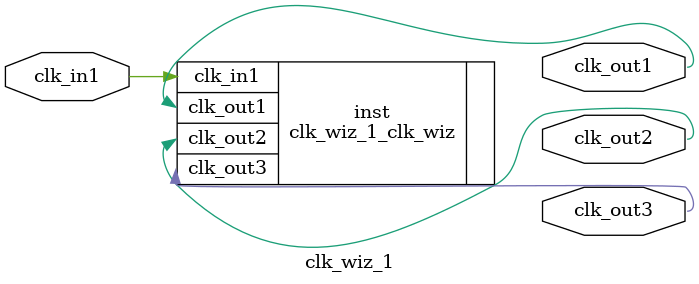
<source format=v>


`timescale 1ps/1ps

(* CORE_GENERATION_INFO = "clk_wiz_1,clk_wiz_v6_0_1_0_0,{component_name=clk_wiz_1,use_phase_alignment=true,use_min_o_jitter=false,use_max_i_jitter=false,use_dyn_phase_shift=false,use_inclk_switchover=false,use_dyn_reconfig=false,enable_axi=0,feedback_source=FDBK_AUTO,PRIMITIVE=PLL,num_out_clk=3,clkin1_period=10.000,clkin2_period=10.000,use_power_down=false,use_reset=false,use_locked=false,use_inclk_stopped=false,feedback_type=SINGLE,CLOCK_MGR_TYPE=NA,manual_override=false}" *)

module clk_wiz_1 
 (
  // Clock out ports
  output        clk_out1,
  output        clk_out2,
  output        clk_out3,
 // Clock in ports
  input         clk_in1
 );

  clk_wiz_1_clk_wiz inst
  (
  // Clock out ports  
  .clk_out1(clk_out1),
  .clk_out2(clk_out2),
  .clk_out3(clk_out3),
 // Clock in ports
  .clk_in1(clk_in1)
  );

endmodule

</source>
